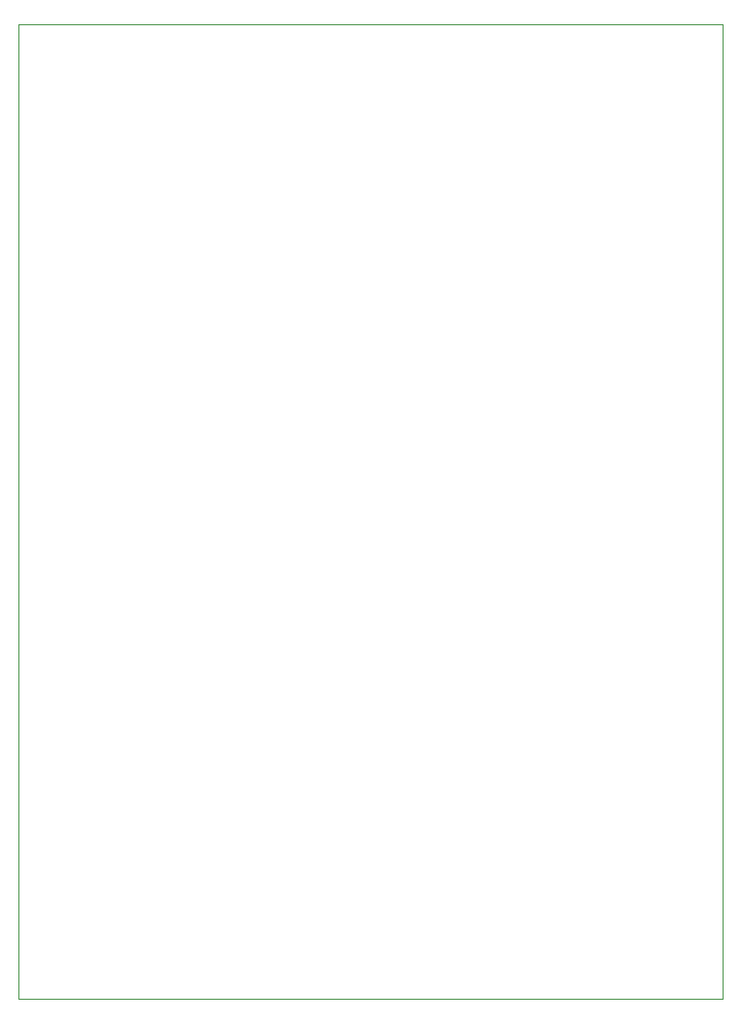
<source format=gbr>
%TF.GenerationSoftware,KiCad,Pcbnew,(6.0.9)*%
%TF.CreationDate,2023-04-20T10:47:30+05:30*%
%TF.ProjectId,CT,43542e6b-6963-4616-945f-706362585858,rev?*%
%TF.SameCoordinates,Original*%
%TF.FileFunction,Profile,NP*%
%FSLAX46Y46*%
G04 Gerber Fmt 4.6, Leading zero omitted, Abs format (unit mm)*
G04 Created by KiCad (PCBNEW (6.0.9)) date 2023-04-20 10:47:30*
%MOMM*%
%LPD*%
G01*
G04 APERTURE LIST*
%TA.AperFunction,Profile*%
%ADD10C,0.100000*%
%TD*%
G04 APERTURE END LIST*
D10*
X48500000Y-71000000D02*
X110000000Y-71000000D01*
X110000000Y-71000000D02*
X110000000Y-156000000D01*
X110000000Y-156000000D02*
X48500000Y-156000000D01*
X48500000Y-156000000D02*
X48500000Y-71000000D01*
M02*

</source>
